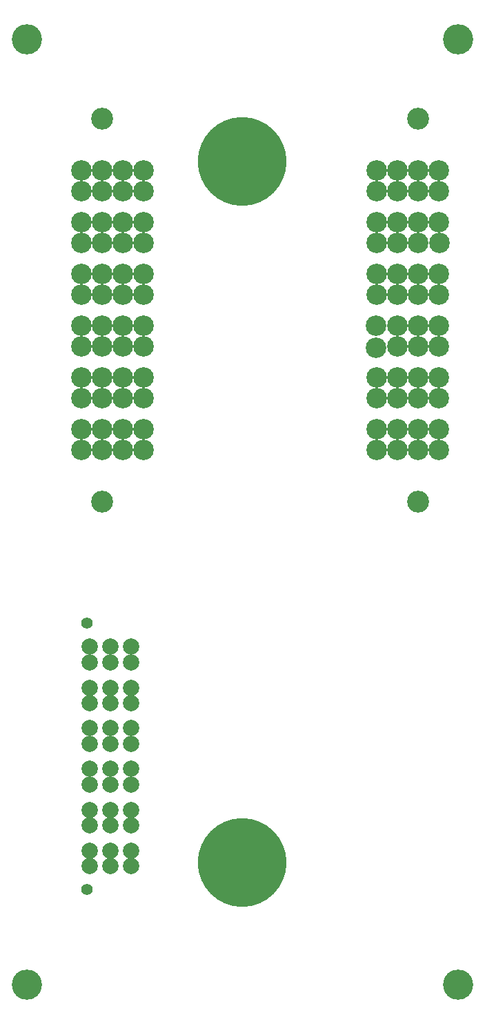
<source format=gts>
G04 Layer_Color=8388736*
%FSLAX23Y23*%
%MOIN*%
G70*
G01*
G75*
%ADD18C,0.146*%
%ADD19C,0.429*%
%ADD20C,0.055*%
%ADD21C,0.079*%
%ADD22C,0.106*%
%ADD23C,0.099*%
D18*
X197Y4764D02*
D03*
X2283D02*
D03*
Y197D02*
D03*
X197D02*
D03*
D19*
X1239Y787D02*
D03*
Y4173D02*
D03*
D20*
X487Y657D02*
D03*
Y1942D02*
D03*
D21*
X502Y770D02*
D03*
X602D02*
D03*
X702D02*
D03*
Y844D02*
D03*
X602D02*
D03*
X502D02*
D03*
Y967D02*
D03*
X602D02*
D03*
X702D02*
D03*
Y1041D02*
D03*
X602D02*
D03*
X502D02*
D03*
Y1164D02*
D03*
X602D02*
D03*
X702D02*
D03*
Y1238D02*
D03*
X602D02*
D03*
X502D02*
D03*
Y1361D02*
D03*
X601D02*
D03*
X702D02*
D03*
Y1435D02*
D03*
X602D02*
D03*
X502D02*
D03*
Y1557D02*
D03*
X602D02*
D03*
X702D02*
D03*
Y1631D02*
D03*
X502D02*
D03*
X602D02*
D03*
Y1828D02*
D03*
X702Y1754D02*
D03*
X602D02*
D03*
X702Y1828D02*
D03*
X502Y1754D02*
D03*
Y1828D02*
D03*
D22*
X2089Y4378D02*
D03*
Y2528D02*
D03*
X560D02*
D03*
Y4378D02*
D03*
D23*
X2189Y4128D02*
D03*
X2089D02*
D03*
X1989D02*
D03*
X1889D02*
D03*
Y4028D02*
D03*
X1989D02*
D03*
X2089D02*
D03*
X2189D02*
D03*
Y3878D02*
D03*
X2089D02*
D03*
X1989D02*
D03*
X1889D02*
D03*
Y3778D02*
D03*
X1989D02*
D03*
X2089D02*
D03*
X2191D02*
D03*
X2189Y3628D02*
D03*
X2089D02*
D03*
X1989D02*
D03*
X1889D02*
D03*
Y3528D02*
D03*
X1989D02*
D03*
X2089D02*
D03*
X2189D02*
D03*
Y3378D02*
D03*
X2089D02*
D03*
X1989D02*
D03*
X1886D02*
D03*
Y3273D02*
D03*
X1989Y3278D02*
D03*
X2089D02*
D03*
X2189D02*
D03*
Y2878D02*
D03*
X2089D02*
D03*
X1989D02*
D03*
X1889D02*
D03*
Y2778D02*
D03*
X1989D02*
D03*
X2089D02*
D03*
X2189D02*
D03*
Y3028D02*
D03*
X2089D02*
D03*
X1989D02*
D03*
X1889D02*
D03*
Y3128D02*
D03*
X1989D02*
D03*
X2089D02*
D03*
X2189D02*
D03*
X460Y2778D02*
D03*
X560D02*
D03*
X660D02*
D03*
X760D02*
D03*
Y2878D02*
D03*
X660D02*
D03*
X560D02*
D03*
X460D02*
D03*
Y3028D02*
D03*
X560D02*
D03*
X660D02*
D03*
X760D02*
D03*
Y3128D02*
D03*
X660D02*
D03*
X560D02*
D03*
X460D02*
D03*
Y3278D02*
D03*
X560D02*
D03*
X660D02*
D03*
X760D02*
D03*
Y3378D02*
D03*
X660D02*
D03*
X560D02*
D03*
X460D02*
D03*
Y3528D02*
D03*
X560D02*
D03*
X660D02*
D03*
X760D02*
D03*
Y3628D02*
D03*
X660D02*
D03*
X560D02*
D03*
X460D02*
D03*
Y3778D02*
D03*
X560D02*
D03*
X660D02*
D03*
X760D02*
D03*
Y3878D02*
D03*
X660D02*
D03*
X560D02*
D03*
X460D02*
D03*
Y4028D02*
D03*
X560D02*
D03*
X660D02*
D03*
X760D02*
D03*
Y4128D02*
D03*
X660D02*
D03*
X560D02*
D03*
X460D02*
D03*
M02*

</source>
